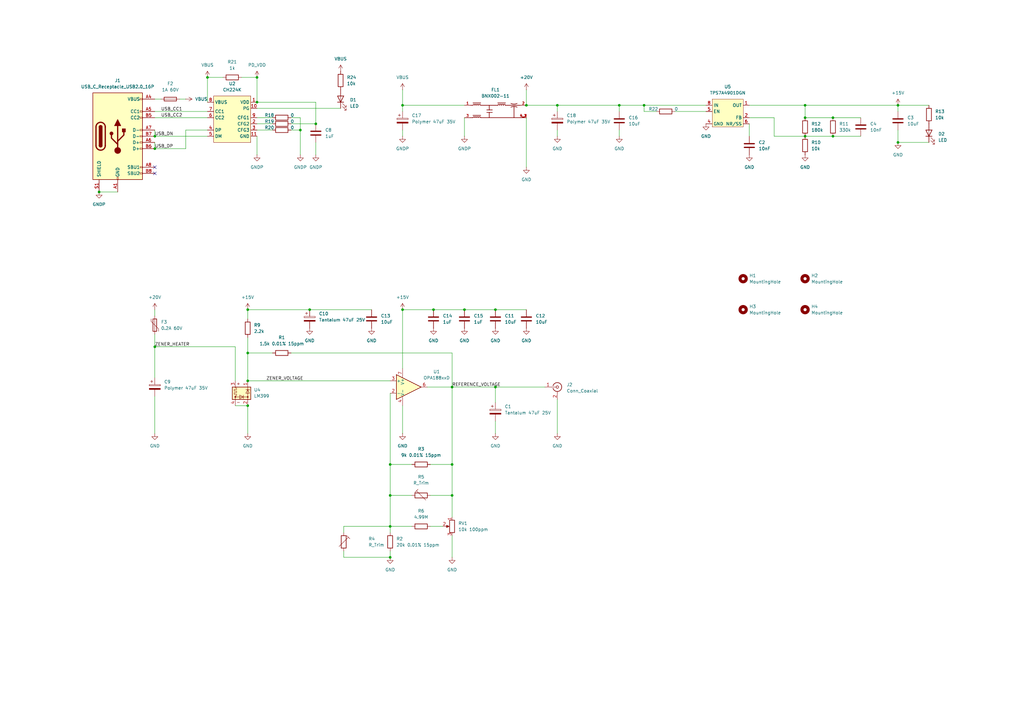
<source format=kicad_sch>
(kicad_sch (version 20231120) (generator "eeschema") (generator_version "8.0")
  (paper "A3")
  (lib_symbols
    (symbol "Amplifier_Operational:OPA188xxD" (pin_names (offset 0.127))
      (property "Reference" "U" (at 0 6.35 0))
      (property "Value" "OPA188xxD" (at 0 3.81 0))
      (symbol "OPA188xxD_0_1"
        (polyline (pts (xy -5.08 5.08) (xy 5.08 0) (xy -5.08 -5.08) (xy -5.08 5.08)) (stroke (width 0.254)) (fill (type background)))
      )
      (symbol "OPA188xxD_1_1"
        (pin no_connect line (at -2.54 2.54 270) (length 2.54) hide (name "NC") (number "1"))
        (pin input line (at -7.62 -2.54 0) (length 2.54) (name "-") (number "2"))
        (pin input line (at -7.62 2.54 0) (length 2.54) (name "+") (number "3"))
        (pin power_in line (at -2.54 -7.62 90) (length 3.81) (name "V-") (number "4"))
        (pin no_connect line (at 0 2.54 270) (length 2.54) hide (name "NC") (number "5"))
        (pin output line (at 7.62 0 180) (length 2.54) (name "~") (number "6"))
        (pin power_in line (at -2.54 7.62 270) (length 3.81) (name "V+") (number "7"))
        (pin no_connect line (at 0 -2.54 90) (length 2.54) hide (name "NC") (number "8"))
      )
    )
    (symbol "BNX002-11:BNX002-11" (pin_names (offset 1.016))
      (property "Reference" "FL" (at -5.08 5.08 0))
      (property "Value" "BNX002-11" (at -5.08 -5.08 0))
      (symbol "BNX002-11_0_0"
        (arc (start -8.382 -2.54) (mid -8.763 -2.1606) (end -9.144 -2.54) (stroke (width 0.254)))
        (arc (start -8.382 2.54) (mid -8.763 2.9193) (end -9.144 2.54) (stroke (width 0.254)))
        (arc (start -7.62 -2.54) (mid -8.001 -2.1606) (end -8.382 -2.54) (stroke (width 0.254)))
        (arc (start -7.62 2.54) (mid -8.001 2.9193) (end -8.382 2.54) (stroke (width 0.254)))
        (arc (start -6.858 -2.54) (mid -7.239 -2.1606) (end -7.62 -2.54) (stroke (width 0.254)))
        (arc (start -6.858 2.54) (mid -7.239 2.9193) (end -7.62 2.54) (stroke (width 0.254)))
        (arc (start -6.096 -2.54) (mid -6.477 -2.1606) (end -6.858 -2.54) (stroke (width 0.254)))
        (arc (start -6.096 2.54) (mid -6.477 2.9193) (end -6.858 2.54) (stroke (width 0.254)))
        (polyline (pts (xy -10.16 2.54) (xy -9.144 2.54)) (stroke (width 0.254)))
        (polyline (pts (xy -9.2075 -1.5875) (xy -6.0325 -1.5875)) (stroke (width 0.254)))
        (polyline (pts (xy -9.2075 3.4925) (xy -6.0325 3.4925)) (stroke (width 0.254)))
        (polyline (pts (xy -9.144 -2.54) (xy -10.16 -2.54)) (stroke (width 0.254)))
        (polyline (pts (xy -3.556 -0.381) (xy -2.54 -0.381)) (stroke (width 0.254)))
        (polyline (pts (xy -3.556 0.635) (xy -1.27 0.635)) (stroke (width 0.254)))
        (polyline (pts (xy -2.54 -2.54) (xy -6.096 -2.54)) (stroke (width 0.254)))
        (polyline (pts (xy -2.54 -0.381) (xy -2.54 -2.54)) (stroke (width 0.254)))
        (polyline (pts (xy -2.54 -0.381) (xy -1.27 -0.381)) (stroke (width 0.254)))
        (polyline (pts (xy -2.54 2.54) (xy -2.54 0.635)) (stroke (width 0.254)))
        (polyline (pts (xy 0.9525 3.4925) (xy 4.1275 3.4925)) (stroke (width 0.254)))
        (polyline (pts (xy 1.016 2.54) (xy -6.096 2.54)) (stroke (width 0.254)))
        (polyline (pts (xy 4.064 2.54) (xy 10.16 2.54)) (stroke (width 0.254)))
        (polyline (pts (xy 7.62 -2.54) (xy -2.54 -2.54)) (stroke (width 0.254)))
        (polyline (pts (xy 7.62 -2.54) (xy 10.16 -2.54)) (stroke (width 0.254)))
        (polyline (pts (xy 7.62 2.032) (xy 7.62 -2.54)) (stroke (width 0.254)))
        (arc (start 1.778 2.54) (mid 1.397 2.9193) (end 1.016 2.54) (stroke (width 0.254)))
        (arc (start 2.54 2.54) (mid 2.159 2.9193) (end 1.778 2.54) (stroke (width 0.254)))
        (arc (start 3.302 2.54) (mid 2.921 2.9193) (end 2.54 2.54) (stroke (width 0.254)))
        (arc (start 4.064 2.54) (mid 3.683 2.9193) (end 3.302 2.54) (stroke (width 0.254)))
        (arc (start 6.35 3.302) (mid 7.62 3.03) (end 8.89 3.302) (stroke (width 0.254)))
        (arc (start 8.89 1.778) (mid 7.62 2.05) (end 6.35 1.778) (stroke (width 0.254)))
        (pin passive line (at -12.7 2.54 0) (length 2.54) (name "~") (number "1"))
        (pin passive line (at 12.7 2.54 180) (length 2.54) (name "~") (number "2"))
        (pin passive line (at -12.7 -2.54 0) (length 2.54) (name "~") (number "3"))
        (pin passive line (at 12.7 -2.54 180) (length 2.54) (name "~") (number "4_1"))
        (pin passive line (at 12.7 -2.54 180) (length 2.54) (name "~") (number "4_2"))
        (pin passive line (at 12.7 -2.54 180) (length 2.54) (name "~") (number "4_3"))
      )
    )
    (symbol "Connector:Conn_Coaxial" (pin_names (offset 1.016) hide)
      (property "Reference" "J" (at 0.254 3.048 0))
      (property "Value" "Conn_Coaxial" (at 2.921 0 90))
      (symbol "Conn_Coaxial_0_1"
        (arc (start -1.778 -0.508) (mid 0.2311 -1.8066) (end 1.778 0) (stroke (width 0.254)))
        (polyline (pts (xy -2.54 0) (xy -0.508 0)))
        (polyline (pts (xy 0 -2.54) (xy 0 -1.778)))
        (circle (center 0 0) (radius 0.508) (stroke (width 0.2032)))
        (arc (start 1.778 0) (mid 0.2099 1.8101) (end -1.778 0.508) (stroke (width 0.254)))
      )
      (symbol "Conn_Coaxial_1_1"
        (pin passive line (at -5.08 0 0) (length 2.54) (name "In") (number "1"))
        (pin passive line (at 0 -5.08 90) (length 2.54) (name "Ext") (number "2"))
      )
    )
    (symbol "Connector:USB_C_Receptacle_USB2.0_16P" (pin_names (offset 1.016))
      (property "Reference" "J" (at 0 22.225 0))
      (property "Value" "USB_C_Receptacle_USB2.0_16P" (at 0 19.685 0))
      (symbol "USB_C_Receptacle_USB2.0_16P_0_0"
        (rectangle (start -0.254 -17.78) (end 0.254 -16.764))
        (rectangle (start 10.16 -14.986) (end 9.144 -15.494))
        (rectangle (start 10.16 -12.446) (end 9.144 -12.954))
        (rectangle (start 10.16 -4.826) (end 9.144 -5.334))
        (rectangle (start 10.16 -2.286) (end 9.144 -2.794))
        (rectangle (start 10.16 0.254) (end 9.144 -0.254))
        (rectangle (start 10.16 2.794) (end 9.144 2.286))
        (rectangle (start 10.16 7.874) (end 9.144 7.366))
        (rectangle (start 10.16 10.414) (end 9.144 9.906))
        (rectangle (start 10.16 15.494) (end 9.144 14.986))
      )
      (symbol "USB_C_Receptacle_USB2.0_16P_0_1"
        (rectangle (start -10.16 17.78) (end 10.16 -17.78) (stroke (width 0.254)) (fill (type background)))
        (arc (start -8.89 -3.81) (mid -6.985 -5.7067) (end -5.08 -3.81) (stroke (width 0.508)))
        (arc (start -7.62 -3.81) (mid -6.985 -4.4423) (end -6.35 -3.81) (stroke (width 0.254)))
        (arc (start -7.62 -3.81) (mid -6.985 -4.4423) (end -6.35 -3.81) (stroke (width 0.254)) (fill (type outline)))
        (rectangle (start -7.62 -3.81) (end -6.35 3.81) (stroke (width 0.254)) (fill (type outline)))
        (arc (start -6.35 3.81) (mid -6.985 4.4423) (end -7.62 3.81) (stroke (width 0.254)))
        (arc (start -6.35 3.81) (mid -6.985 4.4423) (end -7.62 3.81) (stroke (width 0.254)) (fill (type outline)))
        (arc (start -5.08 3.81) (mid -6.985 5.7067) (end -8.89 3.81) (stroke (width 0.508)))
        (circle (center -2.54 1.143) (radius 0.635) (stroke (width 0.254)) (fill (type outline)))
        (circle (center 0 -5.842) (radius 1.27) (fill (type outline)))
        (polyline (pts (xy -8.89 -3.81) (xy -8.89 3.81)) (stroke (width 0.508)))
        (polyline (pts (xy -5.08 3.81) (xy -5.08 -3.81)) (stroke (width 0.508)))
        (polyline (pts (xy 0 -5.842) (xy 0 4.318)) (stroke (width 0.508)))
        (polyline (pts (xy 0 -3.302) (xy -2.54 -0.762) (xy -2.54 0.508)) (stroke (width 0.508)))
        (polyline (pts (xy 0 -2.032) (xy 2.54 0.508) (xy 2.54 1.778)) (stroke (width 0.508)))
        (polyline (pts (xy -1.27 4.318) (xy 0 6.858) (xy 1.27 4.318) (xy -1.27 4.318)) (stroke (width 0.254)) (fill (type outline)))
        (rectangle (start 1.905 1.778) (end 3.175 3.048) (stroke (width 0.254)) (fill (type outline)))
      )
      (symbol "USB_C_Receptacle_USB2.0_16P_1_1"
        (pin passive line (at 0 -22.86 90) (length 5.08) (name "GND") (number "A1"))
        (pin passive line (at 0 -22.86 90) (length 5.08) hide (name "GND") (number "A12"))
        (pin passive line (at 15.24 15.24 180) (length 5.08) (name "VBUS") (number "A4"))
        (pin bidirectional line (at 15.24 10.16 180) (length 5.08) (name "CC1") (number "A5"))
        (pin bidirectional line (at 15.24 -2.54 180) (length 5.08) (name "D+") (number "A6"))
        (pin bidirectional line (at 15.24 2.54 180) (length 5.08) (name "D-") (number "A7"))
        (pin bidirectional line (at 15.24 -12.7 180) (length 5.08) (name "SBU1") (number "A8"))
        (pin passive line (at 15.24 15.24 180) (length 5.08) hide (name "VBUS") (number "A9"))
        (pin passive line (at 0 -22.86 90) (length 5.08) hide (name "GND") (number "B1"))
        (pin passive line (at 0 -22.86 90) (length 5.08) hide (name "GND") (number "B12"))
        (pin passive line (at 15.24 15.24 180) (length 5.08) hide (name "VBUS") (number "B4"))
        (pin bidirectional line (at 15.24 7.62 180) (length 5.08) (name "CC2") (number "B5"))
        (pin bidirectional line (at 15.24 -5.08 180) (length 5.08) (name "D+") (number "B6"))
        (pin bidirectional line (at 15.24 0 180) (length 5.08) (name "D-") (number "B7"))
        (pin bidirectional line (at 15.24 -15.24 180) (length 5.08) (name "SBU2") (number "B8"))
        (pin passive line (at 15.24 15.24 180) (length 5.08) hide (name "VBUS") (number "B9"))
        (pin passive line (at -7.62 -22.86 90) (length 5.08) (name "SHIELD") (number "S1"))
      )
    )
    (symbol "Device:C" (pin_numbers hide) (pin_names (offset 0.254))
      (property "Reference" "C" (at 0.635 2.54 0))
      (property "Value" "C" (at 0.635 -2.54 0))
      (symbol "C_0_1"
        (polyline (pts (xy -2.032 -0.762) (xy 2.032 -0.762)) (stroke (width 0.508)))
        (polyline (pts (xy -2.032 0.762) (xy 2.032 0.762)) (stroke (width 0.508)))
      )
      (symbol "C_1_1"
        (pin passive line (at 0 3.81 270) (length 2.794) (name "~") (number "1"))
        (pin passive line (at 0 -3.81 90) (length 2.794) (name "~") (number "2"))
      )
    )
    (symbol "Device:C_Polarized" (pin_numbers hide) (pin_names (offset 0.254))
      (property "Reference" "C" (at 0.635 2.54 0))
      (property "Value" "C_Polarized" (at 0.635 -2.54 0))
      (symbol "C_Polarized_0_1"
        (rectangle (start -2.286 0.508) (end 2.286 1.016))
        (polyline (pts (xy -1.778 2.286) (xy -0.762 2.286)))
        (polyline (pts (xy -1.27 2.794) (xy -1.27 1.778)))
        (rectangle (start 2.286 -0.508) (end -2.286 -1.016) (fill (type outline)))
      )
      (symbol "C_Polarized_1_1"
        (pin passive line (at 0 3.81 270) (length 2.794) (name "~") (number "1"))
        (pin passive line (at 0 -3.81 90) (length 2.794) (name "~") (number "2"))
      )
    )
    (symbol "Device:Fuse" (pin_numbers hide) (pin_names (offset 0))
      (property "Reference" "F" (at 2.032 0 90))
      (property "Value" "Fuse" (at -1.905 0 90))
      (symbol "Fuse_0_1"
        (rectangle (start -0.762 -2.54) (end 0.762 2.54) (stroke (width 0.254)))
        (polyline (pts (xy 0 2.54) (xy 0 -2.54)))
      )
      (symbol "Fuse_1_1"
        (pin passive line (at 0 3.81 270) (length 1.27) (name "~") (number "1"))
        (pin passive line (at 0 -3.81 90) (length 1.27) (name "~") (number "2"))
      )
    )
    (symbol "Device:LED" (pin_numbers hide) (pin_names (offset 1.016) hide)
      (property "Reference" "D" (at 0 2.54 0))
      (property "Value" "LED" (at 0 -2.54 0))
      (symbol "LED_0_1"
        (polyline (pts (xy -1.27 -1.27) (xy -1.27 1.27)) (stroke (width 0.254)))
        (polyline (pts (xy -1.27 0) (xy 1.27 0)))
        (polyline (pts (xy 1.27 -1.27) (xy 1.27 1.27) (xy -1.27 0) (xy 1.27 -1.27)) (stroke (width 0.254)))
        (polyline (pts (xy -3.048 -0.762) (xy -4.572 -2.286) (xy -3.81 -2.286) (xy -4.572 -2.286) (xy -4.572 -1.524)))
        (polyline (pts (xy -1.778 -0.762) (xy -3.302 -2.286) (xy -2.54 -2.286) (xy -3.302 -2.286) (xy -3.302 -1.524)))
      )
      (symbol "LED_1_1"
        (pin passive line (at -3.81 0 0) (length 2.54) (name "K") (number "1"))
        (pin passive line (at 3.81 0 180) (length 2.54) (name "A") (number "2"))
      )
    )
    (symbol "Device:Polyfuse" (pin_numbers hide) (pin_names (offset 0))
      (property "Reference" "F" (at -2.54 0 90))
      (property "Value" "Polyfuse" (at 2.54 0 90))
      (symbol "Polyfuse_0_1"
        (rectangle (start -0.762 2.54) (end 0.762 -2.54) (stroke (width 0.254)))
        (polyline (pts (xy 0 2.54) (xy 0 -2.54)))
        (polyline (pts (xy -1.524 2.54) (xy -1.524 1.524) (xy 1.524 -1.524) (xy 1.524 -2.54)))
      )
      (symbol "Polyfuse_1_1"
        (pin passive line (at 0 3.81 270) (length 1.27) (name "~") (number "1"))
        (pin passive line (at 0 -3.81 90) (length 1.27) (name "~") (number "2"))
      )
    )
    (symbol "Device:R" (pin_numbers hide) (pin_names (offset 0))
      (property "Reference" "R" (at 2.032 0 90))
      (property "Value" "R" (at 0 0 90))
      (symbol "R_0_1"
        (rectangle (start -1.016 -2.54) (end 1.016 2.54) (stroke (width 0.254)))
      )
      (symbol "R_1_1"
        (pin passive line (at 0 3.81 270) (length 1.27) (name "~") (number "1"))
        (pin passive line (at 0 -3.81 90) (length 1.27) (name "~") (number "2"))
      )
    )
    (symbol "Device:R_Potentiometer" (pin_names (offset 1.016) hide)
      (property "Reference" "RV" (at -4.445 0 90))
      (property "Value" "R_Potentiometer" (at -2.54 0 90))
      (symbol "R_Potentiometer_0_1"
        (polyline (pts (xy 2.54 0) (xy 1.524 0)))
        (polyline (pts (xy 1.143 0) (xy 2.286 0.508) (xy 2.286 -0.508) (xy 1.143 0)) (fill (type outline)))
        (rectangle (start 1.016 2.54) (end -1.016 -2.54) (stroke (width 0.254)))
      )
      (symbol "R_Potentiometer_1_1"
        (pin passive line (at 0 3.81 270) (length 1.27) (name "1") (number "1"))
        (pin passive line (at 3.81 0 180) (length 1.27) (name "2") (number "2"))
        (pin passive line (at 0 -3.81 90) (length 1.27) (name "3") (number "3"))
      )
    )
    (symbol "Device:R_Trim" (pin_numbers hide) (pin_names (offset 0))
      (property "Reference" "R" (at 2.54 -2.54 90))
      (property "Value" "R_Trim" (at -2.54 -0.635 90))
      (symbol "R_Trim_0_1"
        (rectangle (start -1.016 -2.54) (end 1.016 2.54) (stroke (width 0.254)))
        (polyline (pts (xy -1.905 -1.905) (xy 1.905 1.905) (xy 2.54 1.27) (xy 1.27 2.54)))
      )
      (symbol "R_Trim_1_1"
        (pin passive line (at 0 3.81 270) (length 1.27) (name "~") (number "1"))
        (pin passive line (at 0 -3.81 90) (length 1.27) (name "~") (number "2"))
      )
    )
    (symbol "Mechanical:MountingHole" (pin_names (offset 1.016)) (exclude_from_sim yes) (in_bom no)
      (property "Reference" "H" (at 0 5.08 0))
      (property "Value" "MountingHole" (at 0 3.175 0))
      (symbol "MountingHole_0_1"
        (circle (center 0 0) (radius 1.27) (stroke (width 1.27)))
      )
    )
    (symbol "Reference_Voltage:LM399" (pin_names (offset 1.016) hide)
      (property "Reference" "U" (at 3.81 1.27 0))
      (property "Value" "LM399" (at 3.81 -1.27 0))
      (symbol "LM399_0_0"
        (text "+" (at -1.27 3.937 0) (effects (font (size 1.27 1.27))))
      )
      (symbol "LM399_0_1"
        (rectangle (start -3.81 2.54) (end 3.81 -2.54) (stroke (width 0.254)) (fill (type background)))
        (circle (center -2.54 -1.524) (radius 0.254) (fill (type outline)))
        (polyline (pts (xy -2.54 -2.54) (xy -2.54 -1.016) (xy -2.032 -1.016) (xy -2.032 -0.381) (xy -3.048 -0.381) (xy -3.048 0.254) (xy -2.032 0.254) (xy -2.032 0.889) (xy -3.048 0.889) (xy -3.048 1.524) (xy -2.032 1.524) (xy -2.032 2.159) (xy -2.54 2.159) (xy -2.54 2.54)))
        (circle (center 2.54 -1.524) (radius 0.254) (fill (type outline)))
      )
      (symbol "LM399_1_1"
        (polyline (pts (xy 2.54 -1.524) (xy -2.54 -1.524)))
        (polyline (pts (xy 2.54 2.54) (xy 2.54 -2.54)))
        (polyline (pts (xy 0.762 -0.762) (xy 0.762 -1.524) (xy 0.762 -2.286)))
        (polyline (pts (xy 1.778 1.524) (xy 3.302 1.524) (xy 3.302 1.27)))
        (polyline (pts (xy -0.762 -0.762) (xy -0.762 -2.286) (xy 0.762 -1.524) (xy -0.762 -0.762)))
        (polyline (pts (xy 1.778 0) (xy 3.302 0) (xy 2.54 1.524) (xy 1.778 0)))
        (text "-" (at -1.27 -3.683 0) (effects (font (size 1.27 1.27))))
        (pin passive line (at 2.54 5.08 270) (length 2.54) (name "~") (number "1"))
        (pin passive line (at 2.54 -5.08 90) (length 2.54) (name "~") (number "2"))
        (pin power_in line (at -2.54 5.08 270) (length 2.54) (name "~") (number "3"))
        (pin power_in line (at -2.54 -5.08 90) (length 2.54) (name "~") (number "4"))
      )
    )
    (symbol "Regulator_Linear:TPS7A4101DGN"
      (property "Reference" "U5" (at 0 10.16 0))
      (property "Value" "TPS7A4901DGN" (at 0 7.62 0))
      (symbol "TPS7A4101DGN_0_1"
        (rectangle (start -6.35 5.08) (end 6.35 -6.35) (stroke (width 0.127)) (fill (type background)))
      )
      (symbol "TPS7A4101DGN_1_0"
        (pin no_connect line (at -5.08 -2.54 0) (length 2.54) hide (name "NC") (number "3"))
        (pin passive line (at 8.89 -5.08 180) (length 2.54) (name "NR/SS") (number "6"))
        (pin no_connect line (at 0 5.08 270) (length 2.54) hide (name "NC") (number "7"))
        (pin power_in line (at -8.89 2.54 0) (length 2.54) (name "IN") (number "8"))
        (pin passive line (at -8.89 -5.08 0) (length 2.54) hide (name "GND") (number "9"))
      )
      (symbol "TPS7A4101DGN_1_1"
        (pin power_out line (at 8.89 2.54 180) (length 2.54) (name "OUT") (number "1"))
        (pin input line (at 8.89 -2.54 180) (length 2.54) (name "FB") (number "2"))
        (pin power_in line (at -8.89 -5.08 0) (length 2.54) (name "GND") (number "4"))
        (pin input line (at -8.89 0 0) (length 2.54) (name "EN") (number "5"))
      )
    )
    (symbol "power:+15V" (power) (pin_numbers hide) (pin_names (offset 0) hide)
      (property "Value" "+15V" (at 0 3.556 0))
      (symbol "+15V_0_1"
        (polyline (pts (xy -0.762 1.27) (xy 0 2.54)))
        (polyline (pts (xy 0 0) (xy 0 2.54)))
        (polyline (pts (xy 0 2.54) (xy 0.762 1.27)))
      )
      (symbol "+15V_1_1"
        (pin power_in line (at 0 0 90) (length 0) (name "~") (number "1"))
      )
    )
    (symbol "power:+24V" (power) (pin_numbers hide) (pin_names (offset 0) hide)
      (property "Value" "+24V" (at 0 3.556 0))
      (symbol "+24V_0_1"
        (polyline (pts (xy -0.762 1.27) (xy 0 2.54)))
        (polyline (pts (xy 0 0) (xy 0 2.54)))
        (polyline (pts (xy 0 2.54) (xy 0.762 1.27)))
      )
      (symbol "+24V_1_1"
        (pin power_in line (at 0 0 90) (length 0) (name "~") (number "1"))
      )
    )
    (symbol "power:GND" (power) (pin_numbers hide) (pin_names (offset 0) hide)
      (property "Value" "GND" (at 0 -3.81 0))
      (symbol "GND_0_1"
        (polyline (pts (xy 0 0) (xy 0 -1.27) (xy 1.27 -1.27) (xy 0 -2.54) (xy -1.27 -1.27) (xy 0 -1.27)))
      )
      (symbol "GND_1_1"
        (pin power_in line (at 0 0 270) (length 0) (name "~") (number "1"))
      )
    )
    (symbol "power:GNDS" (power) (pin_numbers hide) (pin_names (offset 0) hide)
      (property "Value" "GNDS" (at 0 -3.81 0))
      (symbol "GNDS_0_1"
        (polyline (pts (xy 0 0) (xy 0 -1.27) (xy 1.27 -1.27) (xy 0 -2.54) (xy -1.27 -1.27) (xy 0 -1.27)))
      )
      (symbol "GNDS_1_1"
        (pin power_in line (at 0 0 270) (length 0) (name "~") (number "1"))
      )
    )
    (symbol "power:VBUS" (power) (pin_numbers hide) (pin_names (offset 0) hide)
      (property "Value" "VBUS" (at 0 3.556 0))
      (symbol "VBUS_0_1"
        (polyline (pts (xy -0.762 1.27) (xy 0 2.54)))
        (polyline (pts (xy 0 0) (xy 0 2.54)))
        (polyline (pts (xy 0 2.54) (xy 0.762 1.27)))
      )
      (symbol "VBUS_1_1"
        (pin power_in line (at 0 0 90) (length 0) (name "~") (number "1"))
      )
    )
    (symbol "wch_mcu_peripheral:CH224K"
      (property "Reference" "U" (at -7.112 11.43 0))
      (property "Value" "CH224K" (at 4.064 11.43 0))
      (symbol "CH224K_0_1"
        (rectangle (start -7.62 10.16) (end 7.62 -8.89) (fill (type background)))
      )
      (symbol "CH224K_1_1"
        (pin power_in line (at 10.16 7.62 180) (length 2.54) (name "VDD") (number "1"))
        (pin output line (at 10.16 5.08 180) (length 2.54) (name "PG") (number "10"))
        (pin power_in line (at 10.16 -6.35 180) (length 2.54) (name "GND") (number "11"))
        (pin input line (at 10.16 -1.27 180) (length 2.54) (name "CFG2") (number "2"))
        (pin input line (at 10.16 -3.81 180) (length 2.54) (name "CFG3") (number "3"))
        (pin bidirectional line (at -10.16 -3.81 0) (length 2.54) (name "DP") (number "4"))
        (pin bidirectional line (at -10.16 -6.35 0) (length 2.54) (name "DM") (number "5"))
        (pin bidirectional line (at -10.16 1.27 0) (length 2.54) (name "CC2") (number "6"))
        (pin bidirectional line (at -10.16 3.81 0) (length 2.54) (name "CC1") (number "7"))
        (pin input line (at -10.16 7.62 0) (length 2.54) (name "VBUS") (number "8"))
        (pin input line (at 10.16 1.27 180) (length 2.54) (name "CFG1") (number "9"))
      )
    )
  )
  (junction (at 254 43.18))
  (junction (at 160.02 215.9))
  (junction (at 40.64 78.74))
  (junction (at 63.5 142.24))
  (junction (at 101.6 127))
  (junction (at 63.5 55.88))
  (junction (at 185.42 158.75))
  (junction (at 123.19 53.34))
  (junction (at 185.42 190.5))
  (junction (at 203.2 158.75))
  (junction (at 330.2 48.26))
  (junction (at 330.2 55.88))
  (junction (at 101.6 144.78))
  (junction (at 185.42 203.2))
  (junction (at 63.5 60.96))
  (junction (at 341.63 48.26))
  (junction (at 228.6 43.18))
  (junction (at 165.1 127))
  (junction (at 129.54 50.8))
  (junction (at 203.2 127))
  (junction (at 105.41 31.75))
  (junction (at 160.02 203.2))
  (junction (at 165.1 43.18))
  (junction (at 85.09 31.75))
  (junction (at 215.9 43.18))
  (junction (at 177.8 127))
  (junction (at 368.3 58.42))
  (junction (at 101.6 156.21))
  (junction (at 341.63 55.88))
  (junction (at 101.6 166.37))
  (junction (at 190.5 127))
  (junction (at 160.02 228.6))
  (junction (at 330.2 43.18))
  (junction (at 127 127))
  (junction (at 160.02 190.5))
  (junction (at 264.16 43.18))
  (junction (at 105.41 41.91))
  (junction (at 368.3 43.18))
  (no_connect (at 63.5 68.58))
  (no_connect (at 63.5 71.12))
  (wire (pts (xy 165.1 127) (xy 177.8 127)))
  (wire (pts (xy 185.42 190.5) (xy 185.42 158.75)))
  (wire (pts (xy 129.54 41.91) (xy 129.54 50.8)))
  (wire (pts (xy 101.6 127) (xy 101.6 130.81)))
  (wire (pts (xy 317.5 48.26) (xy 317.5 55.88)))
  (wire (pts (xy 105.41 50.8) (xy 111.76 50.8)))
  (wire (pts (xy 123.19 48.26) (xy 123.19 53.34)))
  (wire (pts (xy 341.63 48.26) (xy 353.06 48.26)))
  (wire (pts (xy 66.04 40.64) (xy 63.5 40.64)))
  (wire (pts (xy 165.1 127) (xy 165.1 151.13)))
  (wire (pts (xy 165.1 36.83) (xy 165.1 43.18)))
  (wire (pts (xy 185.42 228.6) (xy 185.42 219.71)))
  (wire (pts (xy 185.42 158.75) (xy 175.26 158.75)))
  (wire (pts (xy 276.86 45.72) (xy 289.56 45.72)))
  (wire (pts (xy 165.1 43.18) (xy 165.1 45.72)))
  (wire (pts (xy 160.02 161.29) (xy 160.02 190.5)))
  (wire (pts (xy 228.6 53.34) (xy 228.6 55.88)))
  (wire (pts (xy 63.5 137.16) (xy 63.5 142.24)))
  (wire (pts (xy 40.64 78.74) (xy 48.26 78.74)))
  (wire (pts (xy 101.6 144.78) (xy 111.76 144.78)))
  (wire (pts (xy 254 55.88) (xy 254 53.34)))
  (wire (pts (xy 140.97 215.9) (xy 160.02 215.9)))
  (wire (pts (xy 185.42 203.2) (xy 185.42 190.5)))
  (wire (pts (xy 228.6 43.18) (xy 228.6 45.72)))
  (wire (pts (xy 63.5 45.72) (xy 85.09 45.72)))
  (wire (pts (xy 203.2 165.1) (xy 203.2 158.75)))
  (wire (pts (xy 264.16 43.18) (xy 289.56 43.18)))
  (wire (pts (xy 111.76 48.26) (xy 105.41 48.26)))
  (wire (pts (xy 63.5 142.24) (xy 63.5 154.94)))
  (wire (pts (xy 63.5 162.56) (xy 63.5 177.8)))
  (wire (pts (xy 127 127) (xy 152.4 127)))
  (wire (pts (xy 101.6 127) (xy 127 127)))
  (wire (pts (xy 165.1 177.8) (xy 165.1 166.37)))
  (wire (pts (xy 176.53 215.9) (xy 181.61 215.9)))
  (wire (pts (xy 368.3 43.18) (xy 381 43.18)))
  (wire (pts (xy 264.16 45.72) (xy 264.16 43.18)))
  (wire (pts (xy 160.02 215.9) (xy 168.91 215.9)))
  (wire (pts (xy 101.6 138.43) (xy 101.6 144.78)))
  (wire (pts (xy 160.02 228.6) (xy 160.02 226.06)))
  (wire (pts (xy 63.5 53.34) (xy 63.5 55.88)))
  (wire (pts (xy 269.24 45.72) (xy 264.16 45.72)))
  (wire (pts (xy 139.7 44.45) (xy 105.41 44.45)))
  (wire (pts (xy 99.06 31.75) (xy 105.41 31.75)))
  (wire (pts (xy 307.34 50.8) (xy 307.34 55.88)))
  (wire (pts (xy 91.44 31.75) (xy 85.09 31.75)))
  (wire (pts (xy 176.53 203.2) (xy 185.42 203.2)))
  (wire (pts (xy 105.41 41.91) (xy 129.54 41.91)))
  (wire (pts (xy 119.38 144.78) (xy 185.42 144.78)))
  (wire (pts (xy 368.3 45.72) (xy 368.3 43.18)))
  (wire (pts (xy 228.6 43.18) (xy 254 43.18)))
  (wire (pts (xy 101.6 144.78) (xy 101.6 156.21)))
  (wire (pts (xy 160.02 203.2) (xy 160.02 215.9)))
  (wire (pts (xy 63.5 142.24) (xy 96.52 142.24)))
  (wire (pts (xy 330.2 43.18) (xy 330.2 48.26)))
  (wire (pts (xy 63.5 48.26) (xy 85.09 48.26)))
  (wire (pts (xy 185.42 144.78) (xy 185.42 158.75)))
  (wire (pts (xy 215.9 36.83) (xy 215.9 43.18)))
  (wire (pts (xy 203.2 177.8) (xy 203.2 172.72)))
  (wire (pts (xy 76.2 53.34) (xy 76.2 60.96)))
  (wire (pts (xy 85.09 31.75) (xy 85.09 41.91)))
  (wire (pts (xy 76.2 60.96) (xy 63.5 60.96)))
  (wire (pts (xy 254 43.18) (xy 264.16 43.18)))
  (wire (pts (xy 96.52 166.37) (xy 101.6 166.37)))
  (wire (pts (xy 177.8 127) (xy 190.5 127)))
  (wire (pts (xy 160.02 218.44) (xy 160.02 215.9)))
  (wire (pts (xy 160.02 190.5) (xy 160.02 203.2)))
  (wire (pts (xy 129.54 63.5) (xy 129.54 58.42)))
  (wire (pts (xy 140.97 228.6) (xy 140.97 226.06)))
  (wire (pts (xy 228.6 177.8) (xy 228.6 163.83)))
  (wire (pts (xy 140.97 228.6) (xy 160.02 228.6)))
  (wire (pts (xy 176.53 190.5) (xy 185.42 190.5)))
  (wire (pts (xy 101.6 156.21) (xy 160.02 156.21)))
  (wire (pts (xy 123.19 53.34) (xy 123.19 63.5)))
  (wire (pts (xy 105.41 31.75) (xy 105.41 41.91)))
  (wire (pts (xy 254 45.72) (xy 254 43.18)))
  (wire (pts (xy 160.02 203.2) (xy 168.91 203.2)))
  (wire (pts (xy 160.02 190.5) (xy 168.91 190.5)))
  (wire (pts (xy 119.38 48.26) (xy 123.19 48.26)))
  (wire (pts (xy 341.63 55.88) (xy 353.06 55.88)))
  (wire (pts (xy 215.9 48.26) (xy 215.9 68.58)))
  (wire (pts (xy 140.97 215.9) (xy 140.97 218.44)))
  (wire (pts (xy 73.66 40.64) (xy 76.2 40.64)))
  (wire (pts (xy 105.41 53.34) (xy 111.76 53.34)))
  (wire (pts (xy 185.42 203.2) (xy 185.42 212.09)))
  (wire (pts (xy 330.2 43.18) (xy 368.3 43.18)))
  (wire (pts (xy 85.09 53.34) (xy 76.2 53.34)))
  (wire (pts (xy 190.5 127) (xy 203.2 127)))
  (wire (pts (xy 96.52 156.21) (xy 96.52 142.24)))
  (wire (pts (xy 119.38 53.34) (xy 123.19 53.34)))
  (wire (pts (xy 330.2 48.26) (xy 341.63 48.26)))
  (wire (pts (xy 368.3 58.42) (xy 381 58.42)))
  (wire (pts (xy 185.42 158.75) (xy 203.2 158.75)))
  (wire (pts (xy 203.2 127) (xy 215.9 127)))
  (wire (pts (xy 63.5 55.88) (xy 85.09 55.88)))
  (wire (pts (xy 190.5 55.88) (xy 190.5 48.26)))
  (wire (pts (xy 63.5 58.42) (xy 63.5 60.96)))
  (wire (pts (xy 129.54 50.8) (xy 119.38 50.8)))
  (wire (pts (xy 63.5 127) (xy 63.5 129.54)))
  (wire (pts (xy 307.34 48.26) (xy 317.5 48.26)))
  (wire (pts (xy 317.5 55.88) (xy 330.2 55.88)))
  (wire (pts (xy 165.1 43.18) (xy 190.5 43.18)))
  (wire (pts (xy 215.9 43.18) (xy 228.6 43.18)))
  (wire (pts (xy 330.2 55.88) (xy 341.63 55.88)))
  (wire (pts (xy 165.1 53.34) (xy 165.1 55.88)))
  (wire (pts (xy 203.2 158.75) (xy 223.52 158.75)))
  (wire (pts (xy 101.6 177.8) (xy 101.6 166.37)))
  (wire (pts (xy 105.41 63.5) (xy 105.41 55.88)))
  (wire (pts (xy 307.34 43.18) (xy 330.2 43.18)))
  (wire (pts (xy 368.3 58.42) (xy 368.3 53.34)))
  (label "USB_CC2" (at 66.04 48.26 0))
  (label "USB_DP" (at 63.5 60.96 0))
  (label "USB_CC1" (at 66.04 45.72 0))
  (label "REFERENCE_VOLTAGE" (at 185.42 158.75 0))
  (label "USB_DN" (at 63.5 55.88 0))
  (label "ZENER_HEATER" (at 63.5 142.24 0))
  (label "ZENER_VOLTAGE" (at 109.22 156.21 0))
  (symbol (lib_id "power:+24V") (at 215.9 36.83 0) (unit 1)
    (property "Reference" "#PWR032" (effects (hide yes)))
    (property "Value" "+20V" (at 215.9 31.75 0))
    (property "Description" "Power symbol creates a global label with name \"+24V\"" (effects (hide yes)))
  )
  (symbol (lib_id "power:GND") (at 368.3 58.42 0) (unit 1)
    (property "Reference" "#PWR016" (effects (hide yes)))
    (property "Value" "GND" (at 368.3 63.5 0))
    (property "Description" "Power symbol creates a global label with name \"GND\" , ground" (effects (hide yes)))
  )
  (symbol (lib_id "Device:R_Trim") (at 172.72 203.2 90) (unit 1)
    (property "Reference" "R5" (at 172.72 195.58 90))
    (property "Value" "R_Trim" (at 172.72 198.12 90))
    (property "Footprint" "Resistor_SMD:R_0603_1608Metric" (effects (hide yes)))
    (property "Description" "Trimmable resistor (preset resistor)" (effects (hide yes)))
  )
  (symbol (lib_id "power:GND") (at 160.02 228.6 0) (unit 1)
    (property "Reference" "#PWR02" (effects (hide yes)))
    (property "Value" "GND" (at 160.02 233.68 0))
    (property "Description" "Power symbol creates a global label with name \"GND\" , ground" (effects (hide yes)))
  )
  (symbol (lib_id "Device:R") (at 172.72 190.5 270) (unit 1)
    (property "Reference" "R3" (at 172.72 184.15 90))
    (property "Value" "9k 0.01% 15ppm" (at 172.72 186.69 90))
    (property "Footprint" "Resistor_SMD:R_0603_1608Metric" (effects (hide yes)))
    (property "Description" "Resistor" (effects (hide yes)))
  )
  (symbol (lib_id "Device:C") (at 215.9 130.81 180) (unit 1)
    (property "Reference" "C12" (at 219.71 129.5399 0) (effects (justify right)))
    (property "Value" "10uF" (at 219.71 132.0799 0) (effects (justify right)))
    (property "Footprint" "Capacitor_SMD:C_0805_2012Metric" (effects (hide yes)))
    (property "Description" "Unpolarized capacitor" (effects (hide yes)))
  )
  (symbol (lib_id "Device:C_Polarized") (at 127 130.81 0) (unit 1)
    (property "Reference" "C10" (at 130.81 128.6509 0) (effects (justify left)))
    (property "Value" "Tantalum 47uF 25V" (at 130.81 131.1909 0) (effects (justify left)))
    (property "Footprint" "Capacitor_Tantalum_SMD:CP_EIA-7343-31_Kemet-D" (effects (hide yes)))
    (property "Description" "Polarized capacitor" (effects (hide yes)))
  )
  (symbol (lib_id "Device:R") (at 330.2 59.69 0) (unit 1)
    (property "Reference" "R10" (at 332.74 58.4199 0) (effects (justify left)))
    (property "Value" "10k" (at 332.74 60.9599 0) (effects (justify left)))
    (property "Footprint" "Resistor_SMD:R_0603_1608Metric" (effects (hide yes)))
    (property "Description" "Resistor" (effects (hide yes)))
  )
  (symbol (lib_id "power:GND") (at 215.9 134.62 0) (unit 1)
    (property "Reference" "#PWR035" (effects (hide yes)))
    (property "Value" "GND" (at 215.9 139.7 0))
    (property "Description" "Power symbol creates a global label with name \"GND\" , ground" (effects (hide yes)))
  )
  (symbol (lib_id "Device:LED") (at 139.7 40.64 90) (unit 1)
    (property "Reference" "D1" (at 143.51 40.9574 90) (effects (justify right)))
    (property "Value" "LED" (at 143.51 43.4974 90) (effects (justify right)))
    (property "Footprint" "LED_SMD:LED_0603_1608Metric" (effects (hide yes)))
    (property "Description" "Light emitting diode" (effects (hide yes)))
  )
  (symbol (lib_id "Device:Polyfuse") (at 63.5 133.35 0) (unit 1)
    (property "Reference" "F3" (at 66.04 132.0799 0) (effects (justify left)))
    (property "Value" "0.2A 60V" (at 66.04 134.6199 0) (effects (justify left)))
    (property "Footprint" "Fuse:Fuse_1206_3216Metric" (effects (hide yes)))
    (property "Description" "Resettable fuse, polymeric positive temperature coefficient" (effects (hide yes)))
  )
  (symbol (lib_id "power:GND") (at 177.8 134.62 0) (unit 1)
    (property "Reference" "#PWR038" (effects (hide yes)))
    (property "Value" "GND" (at 177.8 139.7 0))
    (property "Description" "Power symbol creates a global label with name \"GND\" , ground" (effects (hide yes)))
  )
  (symbol (lib_id "Device:C_Polarized") (at 165.1 49.53 0) (unit 1)
    (property "Reference" "C17" (at 168.91 47.3709 0) (effects (justify left)))
    (property "Value" "Polymer 47uF 35V" (at 168.91 49.9109 0) (effects (justify left)))
    (property "Footprint" "Capacitor_SMD:CP_Elec_6.3x7.7" (effects (hide yes)))
    (property "Description" "Polarized capacitor" (effects (hide yes)))
  )
  (symbol (lib_id "Device:C") (at 254 49.53 180) (unit 1)
    (property "Reference" "C16" (at 257.81 48.2599 0) (effects (justify right)))
    (property "Value" "10uF" (at 257.81 50.7999 0) (effects (justify right)))
    (property "Footprint" "Capacitor_SMD:C_0805_2012Metric" (effects (hide yes)))
    (property "Description" "Unpolarized capacitor" (effects (hide yes)))
  )
  (symbol (lib_id "power:GNDS") (at 123.19 63.5 0) (unit 1)
    (property "Reference" "#PWR022" (effects (hide yes)))
    (property "Value" "GNDP" (at 123.19 68.58 0))
    (property "Description" "Power symbol creates a global label with name \"GNDS\" , signal ground" (effects (hide yes)))
  )
  (symbol (lib_id "power:GND") (at 215.9 68.58 0) (unit 1)
    (property "Reference" "#PWR023" (effects (hide yes)))
    (property "Value" "GND" (at 215.9 73.66 0))
    (property "Description" "Power symbol creates a global label with name \"GND\" , ground" (effects (hide yes)))
  )
  (symbol (lib_id "Device:C") (at 190.5 130.81 180) (unit 1)
    (property "Reference" "C15" (at 194.31 129.5399 0) (effects (justify right)))
    (property "Value" "1uF" (at 194.31 132.0799 0) (effects (justify right)))
    (property "Footprint" "Capacitor_SMD:C_0603_1608Metric" (effects (hide yes)))
    (property "Description" "Unpolarized capacitor" (effects (hide yes)))
  )
  (symbol (lib_id "power:GND") (at 185.42 228.6 0) (unit 1)
    (property "Reference" "#PWR03" (effects (hide yes)))
    (property "Value" "GND" (at 185.42 233.68 0))
    (property "Description" "Power symbol creates a global label with name \"GND\" , ground" (effects (hide yes)))
  )
  (symbol (lib_id "Device:R") (at 330.2 52.07 0) (unit 1)
    (property "Reference" "R12" (at 332.74 50.7999 0) (effects (justify left)))
    (property "Value" "180k" (at 332.74 53.3399 0) (effects (justify left)))
    (property "Footprint" "Resistor_SMD:R_0603_1608Metric" (effects (hide yes)))
    (property "Description" "Resistor" (effects (hide yes)))
  )
  (symbol (lib_id "power:+15V") (at 368.3 43.18 0) (unit 1)
    (property "Reference" "#PWR015" (effects (hide yes)))
    (property "Value" "+15V" (at 368.3 38.1 0))
    (property "Description" "Power symbol creates a global label with name \"+15V\"" (effects (hide yes)))
  )
  (symbol (lib_id "power:GND") (at 63.5 177.8 0) (unit 1)
    (property "Reference" "#PWR030" (effects (hide yes)))
    (property "Value" "GND" (at 63.5 182.88 0))
    (property "Description" "Power symbol creates a global label with name \"GND\" , ground" (effects (hide yes)))
  )
  (symbol (lib_id "Device:R") (at 172.72 215.9 270) (unit 1)
    (property "Reference" "R6" (at 172.72 209.55 90))
    (property "Value" "4.99M" (at 172.72 212.09 90))
    (property "Footprint" "Resistor_SMD:R_0603_1608Metric" (effects (hide yes)))
    (property "Description" "Resistor" (effects (hide yes)))
  )
  (symbol (lib_id "power:GNDS") (at 190.5 55.88 0) (unit 1)
    (property "Reference" "#PWR027" (effects (hide yes)))
    (property "Value" "GNDP" (at 190.5 60.96 0))
    (property "Description" "Power symbol creates a global label with name \"GNDS\" , signal ground" (effects (hide yes)))
  )
  (symbol (lib_id "power:GND") (at 307.34 63.5 0) (unit 1)
    (property "Reference" "#PWR013" (effects (hide yes)))
    (property "Value" "GND" (at 307.34 68.58 0))
    (property "Description" "Power symbol creates a global label with name \"GND\" , ground" (effects (hide yes)))
  )
  (symbol (lib_id "Connector:Conn_Coaxial") (at 228.6 158.75 0) (unit 1)
    (property "Reference" "J2" (at 232.41 157.7731 0) (effects (justify left)))
    (property "Value" "Conn_Coaxial" (at 232.41 160.3131 0) (effects (justify left)))
    (property "Footprint" "Connector_Coaxial:SMA_Amphenol_901-143_Horizontal" (effects (hide yes)))
    (property "Description" "coaxial connector (BNC, SMA, SMB, SMC, Cinch/RCA, LEMO, ...)" (effects (hide yes)))
  )
  (symbol (lib_id "Device:C") (at 203.2 130.81 180) (unit 1)
    (property "Reference" "C11" (at 207.01 129.5399 0) (effects (justify right)))
    (property "Value" "10uF" (at 207.01 132.0799 0) (effects (justify right)))
    (property "Footprint" "Capacitor_SMD:C_0805_2012Metric" (effects (hide yes)))
    (property "Description" "Unpolarized capacitor" (effects (hide yes)))
  )
  (symbol (lib_id "power:GND") (at 101.6 177.8 0) (unit 1)
    (property "Reference" "#PWR01" (effects (hide yes)))
    (property "Value" "GND" (at 101.6 182.88 0))
    (property "Description" "Power symbol creates a global label with name \"GND\" , ground" (effects (hide yes)))
  )
  (symbol (lib_id "power:GND") (at 254 55.88 0) (unit 1)
    (property "Reference" "#PWR039" (effects (hide yes)))
    (property "Value" "GND" (at 254 60.96 0))
    (property "Description" "Power symbol creates a global label with name \"GND\" , ground" (effects (hide yes)))
  )
  (symbol (lib_id "power:VBUS") (at 76.2 40.64 270) (unit 1)
    (property "Reference" "#PWR024" (effects (hide yes)))
    (property "Value" "VBUS" (at 80.01 40.6399 90) (effects (justify left)))
    (property "Description" "Power symbol creates a global label with name \"VBUS\"" (effects (hide yes)))
  )
  (symbol (lib_id "power:VBUS") (at 165.1 36.83 0) (unit 1)
    (property "Reference" "#PWR029" (effects (hide yes)))
    (property "Value" "VBUS" (at 165.1 31.75 0))
    (property "Description" "Power symbol creates a global label with name \"VBUS\"" (effects (hide yes)))
  )
  (symbol (lib_id "Device:R") (at 95.25 31.75 270) (unit 1)
    (property "Reference" "R21" (at 95.25 25.4 90))
    (property "Value" "1k" (at 95.25 27.94 90))
    (property "Footprint" "Resistor_SMD:R_0603_1608Metric" (effects (hide yes)))
    (property "Description" "Resistor" (effects (hide yes)))
  )
  (symbol (lib_id "Device:R") (at 101.6 134.62 180) (unit 1)
    (property "Reference" "R9" (at 104.14 133.3499 0) (effects (justify right)))
    (property "Value" "2.2k" (at 104.14 135.8899 0) (effects (justify right)))
    (property "Footprint" "Resistor_SMD:R_0603_1608Metric" (effects (hide yes)))
    (property "Description" "Resistor" (effects (hide yes)))
  )
  (symbol (lib_id "Mechanical:MountingHole") (at 330.2 127 0) (unit 1) (exclude_from_sim yes) (in_bom no)
    (property "Reference" "H4" (at 332.74 125.7299 0) (effects (justify left)))
    (property "Value" "MountingHole" (at 332.74 128.2699 0) (effects (justify left)))
    (property "Footprint" "MountingHole:MountingHole_3.2mm_M3_ISO14580" (effects (hide yes)))
    (property "Description" "Mounting Hole without connection" (effects (hide yes)))
  )
  (symbol (lib_id "power:GND") (at 228.6 55.88 0) (unit 1)
    (property "Reference" "#PWR012" (effects (hide yes)))
    (property "Value" "GND" (at 228.6 60.96 0))
    (property "Description" "Power symbol creates a global label with name \"GND\" , ground" (effects (hide yes)))
  )
  (symbol (lib_id "Reference_Voltage:LM399") (at 99.06 161.29 0) (unit 1)
    (property "Reference" "U4" (at 104.14 159.8929 0) (effects (justify left)))
    (property "Value" "LM399" (at 104.14 162.4329 0) (effects (justify left)))
    (property "Footprint" "Package_TO_SOT_THT:Analog_TO-46-4_ThermalShield" (effects (hide yes)))
    (property "Datasheet" "https://www.analog.com/media/en/technical-documentation/data-sheets/199399fc.pdf" (effects (hide yes)))
    (property "Description" "Precision Reference, 6.95V, Buried Zener Diode with Thermal Shielding Can, TO-46-4" (effects (hide yes)))
  )
  (symbol (lib_id "Device:C") (at 307.34 59.69 180) (unit 1)
    (property "Reference" "C2" (at 311.15 58.4199 0) (effects (justify right)))
    (property "Value" "10nF" (at 311.15 60.9599 0) (effects (justify right)))
    (property "Footprint" "Capacitor_SMD:C_0603_1608Metric" (effects (hide yes)))
    (property "Description" "Unpolarized capacitor" (effects (hide yes)))
  )
  (symbol (lib_id "Regulator_Linear:TPS7A4101DGN") (at 298.45 45.72 0) (unit 1)
    (property "Reference" "U5" (at 298.45 35.56 0))
    (property "Value" "TPS7A4901DGN" (at 298.45 38.1 0))
    (property "Footprint" "Package_SO:Texas_DGN0008B_VSSOP-8-1EP_3x3mm_P0.65mm_EP2x3mm_Mask1.88x1.98mm" (effects (hide yes)))
    (property "Datasheet" "https://www.ti.com/lit/ds/symlink/tps7a4101.pdf" (effects (hide yes)))
    (property "Description" "High voltage low-dropout linear regulator, 7V to 50 VIn, 1.175V to 48V output, 50mA, MSOP-8-EP" (effects (hide yes)))
  )
  (symbol (lib_id "power:+15V") (at 101.6 127 0) (unit 1)
    (property "Reference" "#PWR07" (effects (hide yes)))
    (property "Value" "+15V" (at 101.6 121.92 0))
    (property "Description" "Power symbol creates a global label with name \"+15V\"" (effects (hide yes)))
  )
  (symbol (lib_id "Amplifier_Operational:OPA188xxD") (at 167.64 158.75 0) (unit 1)
    (property "Reference" "U1" (at 179.07 152.4314 0))
    (property "Value" "OPA188xxD" (at 179.07 154.9714 0))
    (property "Footprint" "Package_SO:SOIC-8_3.9x4.9mm_P1.27mm" (effects (hide yes)))
    (property "Datasheet" "http://www.ti.com/lit/ds/symlink/opa188.pdf" (effects (hide yes)))
    (property "Description" "Precision, Low-Noise, Rail-to-Rail Output, 36-V, Zero-Drift Operational Amplifier, SOIC-8" (effects (hide yes)))
  )
  (symbol (lib_id "BNX002-11:BNX002-11") (at 203.2 45.72 0) (unit 1)
    (property "Reference" "FL1" (at 203.2 36.83 0))
    (property "Value" "BNX002-11" (at 203.2 39.37 0))
    (property "Footprint" "Library:BNX002" (effects (hide yes)))
    (property "MF" "Murata Electronics North America" (effects (hide yes)))
    (property "MAXIMUM_PACKAGE_HEIGHT" "12.5 mm" (effects (hide yes)))
    (property "Package" "THROUGH HOLE Murata" (effects (hide yes)))
    (property "Price" "None" (effects (hide yes)))
    (property "Check_prices" "https://www.snapeda.com/parts/BNX002-11/Murata+Electronics+North+America/view-part/?ref=eda" (effects (hide yes)))
    (property "STANDARD" "Manufacturer Recommendations" (effects (hide yes)))
    (property "PARTREV" "N/A" (effects (hide yes)))
    (property "SnapEDA_Link" "https://www.snapeda.com/parts/BNX002-11/Murata+Electronics+North+America/view-part/?ref=snap" (effects (hide yes)))
    (property "MP" "BNX002-11" (effects (hide yes)))
    (property "Purchase-URL" "https://www.snapeda.com/api/url_track_click_mouser/?unipart_id=3604090&manufacturer=Murata Electronics North America&part_name=BNX002-11&search_term=None" (effects (hide yes)))
    (property "Description_1" "\nLC EMI Filter 5th Order Low Pass 2 Channel - 10 A Block, 4 Lead\n" (effects (hide yes)))
    (property "Availability" "In Stock" (effects (hide yes)))
    (property "MANUFACTURER" "Murata Electronics" (effects (hide yes)))
  )
  (symbol (lib_id "Connector:USB_C_Receptacle_USB2.0_16P") (at 48.26 55.88 0) (unit 1)
    (property "Reference" "J1" (at 48.26 33.02 0))
    (property "Value" "USB_C_Receptacle_USB2.0_16P" (at 48.26 35.56 0))
    (property "Footprint" "Connector_USB:USB_C_Receptacle_GCT_USB4105-xx-A_16P_TopMnt_Horizontal" (effects (hide yes)))
    (property "Datasheet" "https://www.usb.org/sites/default/files/documents/usb_type-c.zip" (effects (hide yes)))
    (property "Description" "USB 2.0-only 16P Type-C Receptacle connector" (effects (hide yes)))
  )
  (symbol (lib_id "Device:R_Trim") (at 140.97 222.25 0) (unit 1)
    (property "Reference" "R4" (at 151.13 220.9799 0) (effects (justify left)))
    (property "Value" "R_Trim" (at 151.13 223.5199 0) (effects (justify left)))
    (property "Footprint" "Resistor_SMD:R_0603_1608Metric" (effects (hide yes)))
    (property "Description" "Trimmable resistor (preset resistor)" (effects (hide yes)))
  )
  (symbol (lib_id "power:GNDS") (at 165.1 55.88 0) (unit 1)
    (property "Reference" "#PWR040" (effects (hide yes)))
    (property "Value" "GNDP" (at 165.1 60.96 0))
    (property "Description" "Power symbol creates a global label with name \"GNDS\" , signal ground" (effects (hide yes)))
  )
  (symbol (lib_id "power:VBUS") (at 85.09 31.75 0) (unit 1)
    (property "Reference" "#PWR025" (effects (hide yes)))
    (property "Value" "VBUS" (at 85.09 26.67 0))
    (property "Description" "Power symbol creates a global label with name \"VBUS\"" (effects (hide yes)))
  )
  (symbol (lib_id "Device:R") (at 115.57 144.78 90) (unit 1)
    (property "Reference" "R1" (at 115.57 138.43 90))
    (property "Value" "1.5k 0.01% 15ppm" (at 115.57 140.97 90))
    (property "Footprint" "Resistor_SMD:R_0603_1608Metric" (effects (hide yes)))
    (property "Description" "Resistor" (effects (hide yes)))
  )
  (symbol (lib_id "Device:R") (at 115.57 48.26 270) (unit 1)
    (property "Reference" "R18" (at 110.49 47.244 90))
    (property "Value" "0" (at 119.888 47.244 90))
    (property "Footprint" "Resistor_SMD:R_0603_1608Metric" (effects (hide yes)))
    (property "Description" "Resistor" (effects (hide yes)))
  )
  (symbol (lib_id "power:GND") (at 203.2 134.62 0) (unit 1)
    (property "Reference" "#PWR034" (effects (hide yes)))
    (property "Value" "GND" (at 203.2 139.7 0))
    (property "Description" "Power symbol creates a global label with name \"GND\" , ground" (effects (hide yes)))
  )
  (symbol (lib_id "Device:R_Potentiometer") (at 185.42 215.9 0) (mirror y) (unit 1)
    (property "Reference" "RV1" (at 187.96 214.6299 0) (effects (justify right)))
    (property "Value" "10k 100ppm" (at 187.96 217.1699 0) (effects (justify right)))
    (property "Footprint" "Potentiometer_THT:Potentiometer_Bourns_3296W_Vertical" (effects (hide yes)))
    (property "Description" "Potentiometer" (effects (hide yes)))
  )
  (symbol (lib_id "Device:C_Polarized") (at 228.6 49.53 0) (unit 1)
    (property "Reference" "C18" (at 232.41 47.3709 0) (effects (justify left)))
    (property "Value" "Polymer 47uF 35V" (at 232.41 49.9109 0) (effects (justify left)))
    (property "Footprint" "Capacitor_SMD:CP_Elec_6.3x7.7" (effects (hide yes)))
    (property "Description" "Polarized capacitor" (effects (hide yes)))
  )
  (symbol (lib_id "Device:C") (at 129.54 54.61 180) (unit 1)
    (property "Reference" "C8" (at 133.35 53.3399 0) (effects (justify right)))
    (property "Value" "1uF" (at 133.35 55.8799 0) (effects (justify right)))
    (property "Footprint" "Capacitor_SMD:C_0603_1608Metric" (effects (hide yes)))
    (property "Description" "Unpolarized capacitor" (effects (hide yes)))
  )
  (symbol (lib_id "Device:R") (at 160.02 222.25 180) (unit 1)
    (property "Reference" "R2" (at 162.56 220.9799 0) (effects (justify right)))
    (property "Value" "20k 0.01% 15ppm" (at 162.56 223.5199 0) (effects (justify right)))
    (property "Footprint" "Resistor_SMD:R_0603_1608Metric" (effects (hide yes)))
    (property "Description" "Resistor" (effects (hide yes)))
  )
  (symbol (lib_id "power:+15V") (at 165.1 127 0) (unit 1)
    (property "Reference" "#PWR05" (effects (hide yes)))
    (property "Value" "+15V" (at 165.1 121.92 0))
    (property "Description" "Power symbol creates a global label with name \"+15V\"" (effects (hide yes)))
  )
  (symbol (lib_id "power:GND") (at 127 134.62 0) (unit 1)
    (property "Reference" "#PWR033" (effects (hide yes)))
    (property "Value" "GND" (at 127 139.7 0))
    (property "Description" "Power symbol creates a global label with name \"GND\" , ground" (effects (hide yes)))
  )
  (symbol (lib_id "Mechanical:MountingHole") (at 304.8 114.3 0) (unit 1) (exclude_from_sim yes) (in_bom no)
    (property "Reference" "H1" (at 307.34 113.0299 0) (effects (justify left)))
    (property "Value" "MountingHole" (at 307.34 115.5699 0) (effects (justify left)))
    (property "Footprint" "MountingHole:MountingHole_3.2mm_M3_ISO14580" (effects (hide yes)))
    (property "Description" "Mounting Hole without connection" (effects (hide yes)))
  )
  (symbol (lib_id "Device:R") (at 139.7 33.02 180) (unit 1)
    (property "Reference" "R24" (at 142.24 31.7499 0) (effects (justify right)))
    (property "Value" "10k" (at 142.24 34.2899 0) (effects (justify right)))
    (property "Footprint" "Resistor_SMD:R_0603_1608Metric" (effects (hide yes)))
    (property "Description" "Resistor" (effects (hide yes)))
  )
  (symbol (lib_id "power:GND") (at 289.56 50.8 0) (unit 1)
    (property "Reference" "#PWR09" (effects (hide yes)))
    (property "Value" "GND" (at 289.56 55.88 0))
    (property "Description" "Power symbol creates a global label with name \"GND\" , ground" (effects (hide yes)))
  )
  (symbol (lib_id "wch_mcu_peripheral:CH224K") (at 95.25 49.53 0) (unit 1)
    (property "Reference" "U2" (at 95.25 34.29 0))
    (property "Value" "CH224K" (at 95.25 36.83 0))
    (property "Footprint" "Package_SO:SSOP-10-1EP_3.9x4.9mm_P1mm_EP2.1x3.3mm" (effects (hide yes)))
    (property "Datasheet" "http://www.wch-ic.com/downloads/CH224DS1_PDF.html" (effects (hide yes)))
    (property "Description" "USB PD & Type-C & Fast Charge Power Consumer Controller" (effects (hide yes)))
  )
  (symbol (lib_id "Device:R") (at 273.05 45.72 270) (unit 1)
    (property "Reference" "R22" (at 267.97 44.704 90))
    (property "Value" "0" (at 277.368 44.704 90))
    (property "Footprint" "Resistor_SMD:R_0603_1608Metric" (effects (hide yes)))
    (property "Description" "Resistor" (effects (hide yes)))
  )
  (symbol (lib_id "Device:C_Polarized") (at 203.2 168.91 0) (unit 1)
    (property "Reference" "C1" (at 207.01 166.7509 0) (effects (justify left)))
    (property "Value" "Tantalum 47uF 25V" (at 207.01 169.2909 0) (effects (justify left)))
    (property "Footprint" "Capacitor_Tantalum_SMD:CP_EIA-7343-31_Kemet-D" (effects (hide yes)))
    (property "Description" "Polarized capacitor" (effects (hide yes)))
  )
  (symbol (lib_id "power:GND") (at 330.2 63.5 0) (unit 1)
    (property "Reference" "#PWR014" (effects (hide yes)))
    (property "Value" "GND" (at 330.2 68.58 0))
    (property "Description" "Power symbol creates a global label with name \"GND\" , ground" (effects (hide yes)))
  )
  (symbol (lib_id "Device:C") (at 177.8 130.81 180) (unit 1)
    (property "Reference" "C14" (at 181.61 129.5399 0) (effects (justify right)))
    (property "Value" "1uF" (at 181.61 132.0799 0) (effects (justify right)))
    (property "Footprint" "Capacitor_SMD:C_0603_1608Metric" (effects (hide yes)))
    (property "Description" "Unpolarized capacitor" (effects (hide yes)))
  )
  (symbol (lib_id "Device:C") (at 152.4 130.81 180) (unit 1)
    (property "Reference" "C13" (at 156.21 129.5399 0) (effects (justify right)))
    (property "Value" "10uF" (at 156.21 132.0799 0) (effects (justify right)))
    (property "Footprint" "Capacitor_SMD:C_0805_2012Metric" (effects (hide yes)))
    (property "Description" "Unpolarized capacitor" (effects (hide yes)))
  )
  (symbol (lib_id "power:GND") (at 203.2 177.8 0) (unit 1)
    (property "Reference" "#PWR06" (effects (hide yes)))
    (property "Value" "GND" (at 203.2 182.88 0))
    (property "Description" "Power symbol creates a global label with name \"GND\" , ground" (effects (hide yes)))
  )
  (symbol (lib_id "Device:C_Polarized") (at 63.5 158.75 0) (unit 1)
    (property "Reference" "C9" (at 67.31 156.5909 0) (effects (justify left)))
    (property "Value" "Polymer 47uF 35V" (at 67.31 159.1309 0) (effects (justify left)))
    (property "Footprint" "Capacitor_SMD:CP_Elec_6.3x7.7" (effects (hide yes)))
    (property "Description" "Polarized capacitor" (effects (hide yes)))
  )
  (symbol (lib_id "power:GNDS") (at 40.64 78.74 0) (unit 1)
    (property "Reference" "#PWR028" (effects (hide yes)))
    (property "Value" "GNDP" (at 40.64 83.82 0))
    (property "Description" "Power symbol creates a global label with name \"GNDS\" , signal ground" (effects (hide yes)))
  )
  (symbol (lib_id "power:GND") (at 165.1 177.8 0) (unit 1)
    (property "Reference" "#PWR04" (effects (hide yes)))
    (property "Value" "GND" (at 165.1 182.88 0))
    (property "Description" "Power symbol creates a global label with name \"GND\" , ground" (effects (hide yes)))
  )
  (symbol (lib_id "power:+24V") (at 63.5 127 0) (unit 1)
    (property "Reference" "#PWR031" (effects (hide yes)))
    (property "Value" "+20V" (at 63.5 121.92 0))
    (property "Description" "Power symbol creates a global label with name \"+24V\"" (effects (hide yes)))
  )
  (symbol (lib_id "Device:LED") (at 381 54.61 90) (unit 1)
    (property "Reference" "D2" (at 384.81 54.9274 90) (effects (justify right)))
    (property "Value" "LED" (at 384.81 57.4674 90) (effects (justify right)))
    (property "Footprint" "LED_SMD:LED_0603_1608Metric" (effects (hide yes)))
    (property "Description" "Light emitting diode" (effects (hide yes)))
  )
  (symbol (lib_id "power:VBUS") (at 139.7 29.21 0) (unit 1)
    (property "Reference" "#PWR021" (effects (hide yes)))
    (property "Value" "VBUS" (at 139.7 24.13 0))
    (property "Description" "Power symbol creates a global label with name \"VBUS\"" (effects (hide yes)))
  )
  (symbol (lib_id "Device:R") (at 381 46.99 180) (unit 1)
    (property "Reference" "R13" (at 383.54 45.7199 0) (effects (justify right)))
    (property "Value" "10k" (at 383.54 48.2599 0) (effects (justify right)))
    (property "Footprint" "Resistor_SMD:R_0603_1608Metric" (effects (hide yes)))
    (property "Description" "Resistor" (effects (hide yes)))
  )
  (symbol (lib_id "Device:C") (at 368.3 49.53 180) (unit 1)
    (property "Reference" "C3" (at 372.11 48.2599 0) (effects (justify right)))
    (property "Value" "10uF" (at 372.11 50.7999 0) (effects (justify right)))
    (property "Footprint" "Capacitor_SMD:C_0805_2012Metric" (effects (hide yes)))
    (property "Description" "Unpolarized capacitor" (effects (hide yes)))
  )
  (symbol (lib_id "power:GND") (at 228.6 177.8 0) (unit 1)
    (property "Reference" "#PWR08" (effects (hide yes)))
    (property "Value" "GND" (at 228.6 182.88 0))
    (property "Description" "Power symbol creates a global label with name \"GND\" , ground" (effects (hide yes)))
  )
  (symbol (lib_id "power:VBUS") (at 105.41 31.75 0) (unit 1)
    (property "Reference" "#PWR026" (effects (hide yes)))
    (property "Value" "PD_VDD" (at 105.41 26.67 0))
    (property "Description" "Power symbol creates a global label with name \"VBUS\"" (effects (hide yes)))
  )
  (symbol (lib_id "Device:C") (at 353.06 52.07 180) (unit 1)
    (property "Reference" "C4" (at 356.87 50.7999 0) (effects (justify right)))
    (property "Value" "10nF" (at 356.87 53.3399 0) (effects (justify right)))
    (property "Footprint" "Capacitor_SMD:C_0603_1608Metric" (effects (hide yes)))
    (property "Description" "Unpolarized capacitor" (effects (hide yes)))
  )
  (symbol (lib_id "Mechanical:MountingHole") (at 304.8 127 0) (unit 1) (exclude_from_sim yes) (in_bom no)
    (property "Reference" "H3" (at 307.34 125.7299 0) (effects (justify left)))
    (property "Value" "MountingHole" (at 307.34 128.2699 0) (effects (justify left)))
    (property "Footprint" "MountingHole:MountingHole_3.2mm_M3_ISO14580" (effects (hide yes)))
    (property "Description" "Mounting Hole without connection" (effects (hide yes)))
  )
  (symbol (lib_id "power:GNDS") (at 105.41 63.5 0) (unit 1)
    (property "Reference" "#PWR010" (effects (hide yes)))
    (property "Value" "GNDP" (at 105.41 68.58 0))
    (property "Description" "Power symbol creates a global label with name \"GNDS\" , signal ground" (effects (hide yes)))
  )
  (symbol (lib_id "Device:R") (at 115.57 53.34 270) (unit 1)
    (property "Reference" "R20" (at 110.49 52.324 90))
    (property "Value" "0" (at 119.888 52.324 90))
    (property "Footprint" "Resistor_SMD:R_0603_1608Metric" (effects (hide yes)))
    (property "Description" "Resistor" (effects (hide yes)))
  )
  (symbol (lib_id "power:GNDS") (at 129.54 63.5 0) (unit 1)
    (property "Reference" "#PWR011" (effects (hide yes)))
    (property "Value" "GNDP" (at 129.54 68.58 0))
    (property "Description" "Power symbol creates a global label with name \"GNDS\" , signal ground" (effects (hide yes)))
  )
  (symbol (lib_id "Device:R") (at 341.63 52.07 0) (unit 1)
    (property "Reference" "R11" (at 344.17 50.7999 0) (effects (justify left)))
    (property "Value" "330k" (at 344.17 53.3399 0) (effects (justify left)))
    (property "Footprint" "Resistor_SMD:R_0603_1608Metric" (effects (hide yes)))
    (property "Description" "Resistor" (effects (hide yes)))
  )
  (symbol (lib_id "power:GND") (at 190.5 134.62 0) (unit 1)
    (property "Reference" "#PWR037" (effects (hide yes)))
    (property "Value" "GND" (at 190.5 139.7 0))
    (property "Description" "Power symbol creates a global label with name \"GND\" , ground" (effects (hide yes)))
  )
  (symbol (lib_id "Mechanical:MountingHole") (at 330.2 114.3 0) (unit 1) (exclude_from_sim yes) (in_bom no)
    (property "Reference" "H2" (at 332.74 113.0299 0) (effects (justify left)))
    (property "Value" "MountingHole" (at 332.74 115.5699 0) (effects (justify left)))
    (property "Footprint" "MountingHole:MountingHole_3.2mm_M3_ISO14580" (effects (hide yes)))
    (property "Description" "Mounting Hole without connection" (effects (hide yes)))
  )
  (symbol (lib_id "Device:Fuse") (at 69.85 40.64 90) (unit 1)
    (property "Reference" "F2" (at 69.85 34.29 90))
    (property "Value" "1A 60V" (at 69.85 36.83 90))
    (property "Footprint" "Fuse:Fuse_1206_3216Metric" (effects (hide yes)))
    (property "Description" "Fuse" (effects (hide yes)))
  )
  (symbol (lib_id "power:GND") (at 152.4 134.62 0) (unit 1)
    (property "Reference" "#PWR036" (effects (hide yes)))
    (property "Value" "GND" (at 152.4 139.7 0))
    (property "Description" "Power symbol creates a global label with name \"GND\" , ground" (effects (hide yes)))
  )
  (symbol (lib_id "Device:R") (at 115.57 50.8 270) (unit 1)
    (property "Reference" "R19" (at 110.49 49.784 90))
    (property "Value" "0" (at 119.888 49.784 90))
    (property "Footprint" "Resistor_SMD:R_0603_1608Metric" (effects (hide yes)))
    (property "Description" "Resistor" (effects (hide yes)))
  )
)
</source>
